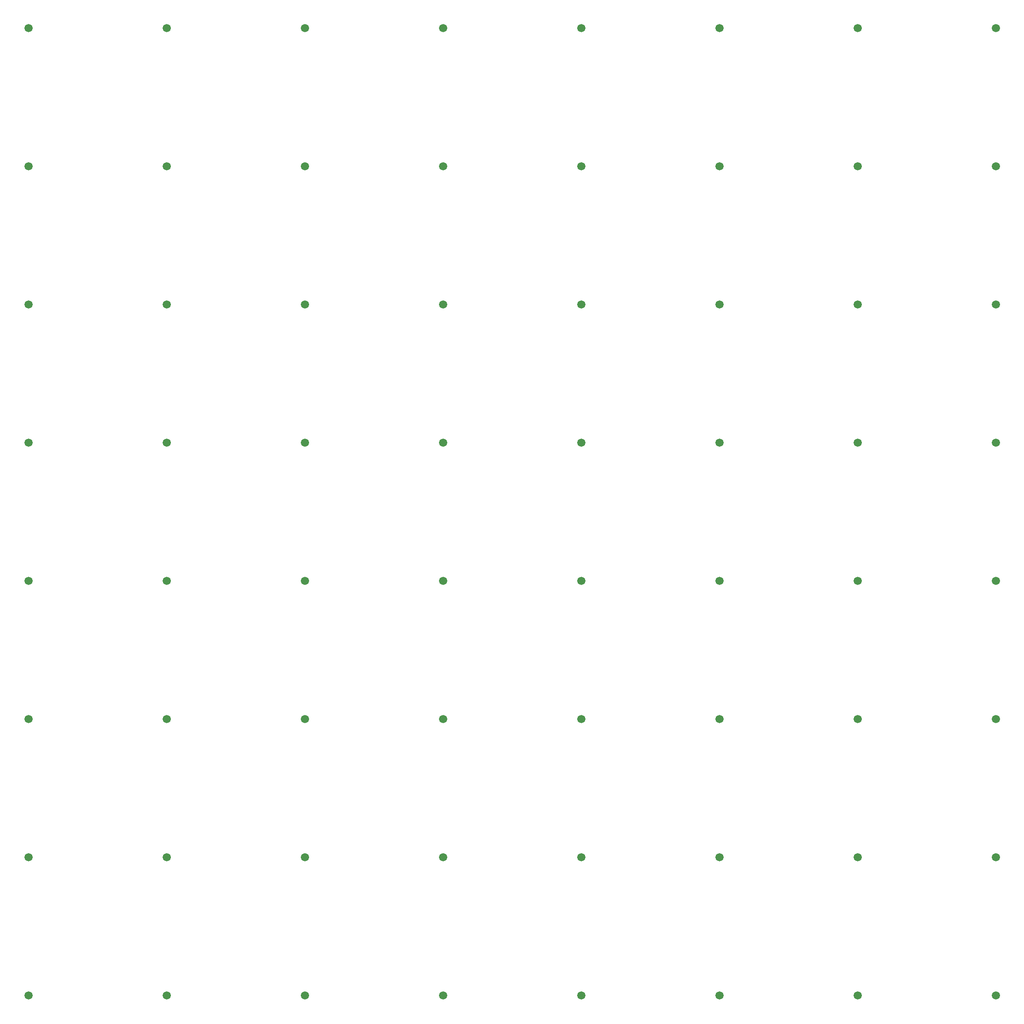
<source format=gbr>
%TF.GenerationSoftware,KiCad,Pcbnew,7.0.2*%
%TF.CreationDate,2023-05-22T19:30:06+02:00*%
%TF.ProjectId,Board2 - Housing and Samtech,426f6172-6432-4202-9d20-486f7573696e,rev?*%
%TF.SameCoordinates,Original*%
%TF.FileFunction,Paste,Top*%
%TF.FilePolarity,Positive*%
%FSLAX46Y46*%
G04 Gerber Fmt 4.6, Leading zero omitted, Abs format (unit mm)*
G04 Created by KiCad (PCBNEW 7.0.2) date 2023-05-22 19:30:06*
%MOMM*%
%LPD*%
G01*
G04 APERTURE LIST*
%ADD10C,1.500000*%
G04 APERTURE END LIST*
D10*
%TO.C,U42*%
X324256400Y-146837400D03*
%TD*%
%TO.C,U63*%
X375056400Y-273837400D03*
%TD*%
%TO.C,U35*%
X298856400Y-172237400D03*
%TD*%
%TO.C,U46*%
X324256400Y-248437400D03*
%TD*%
%TO.C,U10*%
X222656400Y-146837400D03*
%TD*%
%TO.C,U57*%
X375056400Y-121437400D03*
%TD*%
%TO.C,U43*%
X324256400Y-172237400D03*
%TD*%
%TO.C,U49*%
X349656400Y-121437400D03*
%TD*%
%TO.C,U11*%
X222656400Y-172237400D03*
%TD*%
%TO.C,U9*%
X222656400Y-121437400D03*
%TD*%
%TO.C,U53*%
X349656400Y-223037400D03*
%TD*%
%TO.C,U32*%
X273456400Y-299237400D03*
%TD*%
%TO.C,U36*%
X298856400Y-197637400D03*
%TD*%
%TO.C,U12*%
X222656400Y-197637400D03*
%TD*%
%TO.C,U2*%
X197256400Y-146837400D03*
%TD*%
%TO.C,U50*%
X349656400Y-146837400D03*
%TD*%
%TO.C,U19*%
X248056400Y-172237400D03*
%TD*%
%TO.C,U58*%
X375056400Y-146837400D03*
%TD*%
%TO.C,U15*%
X222656400Y-273837400D03*
%TD*%
%TO.C,U16*%
X222656400Y-299237400D03*
%TD*%
%TO.C,U28*%
X273456400Y-197637400D03*
%TD*%
%TO.C,U20*%
X248056400Y-197637400D03*
%TD*%
%TO.C,U18*%
X248056400Y-146837400D03*
%TD*%
%TO.C,U64*%
X375056400Y-299237400D03*
%TD*%
%TO.C,U27*%
X273456400Y-172237400D03*
%TD*%
%TO.C,U8*%
X197256400Y-299237400D03*
%TD*%
%TO.C,U51*%
X349656400Y-172237400D03*
%TD*%
%TO.C,U45*%
X324256400Y-223037400D03*
%TD*%
%TO.C,U34*%
X298856400Y-146837400D03*
%TD*%
%TO.C,U14*%
X222656400Y-248437400D03*
%TD*%
%TO.C,U47*%
X324256400Y-273837400D03*
%TD*%
%TO.C,U3*%
X197256400Y-172237400D03*
%TD*%
%TO.C,U37*%
X298856400Y-223037400D03*
%TD*%
%TO.C,U40*%
X298856400Y-299237400D03*
%TD*%
%TO.C,U52*%
X349656400Y-197637400D03*
%TD*%
%TO.C,U62*%
X375056400Y-248437400D03*
%TD*%
%TO.C,U60*%
X375056400Y-197637400D03*
%TD*%
%TO.C,U17*%
X248056400Y-121437400D03*
%TD*%
%TO.C,U54*%
X349656400Y-248437400D03*
%TD*%
%TO.C,U5*%
X197256400Y-223037400D03*
%TD*%
%TO.C,U22*%
X248056400Y-248437400D03*
%TD*%
%TO.C,U21*%
X248056400Y-223037400D03*
%TD*%
%TO.C,U41*%
X324256400Y-121437400D03*
%TD*%
%TO.C,U13*%
X222656400Y-223037400D03*
%TD*%
%TO.C,U59*%
X375056400Y-172237400D03*
%TD*%
%TO.C,U4*%
X197256400Y-197637400D03*
%TD*%
%TO.C,U29*%
X273456400Y-223037400D03*
%TD*%
%TO.C,U26*%
X273456400Y-146837400D03*
%TD*%
%TO.C,U33*%
X298856400Y-121437400D03*
%TD*%
%TO.C,U23*%
X248056400Y-273837400D03*
%TD*%
%TO.C,U7*%
X197256400Y-273837400D03*
%TD*%
%TO.C,U39*%
X298856400Y-273837400D03*
%TD*%
%TO.C,U48*%
X324256400Y-299237400D03*
%TD*%
%TO.C,U61*%
X375056400Y-223037400D03*
%TD*%
%TO.C,U24*%
X248056400Y-299237400D03*
%TD*%
%TO.C,U55*%
X349656400Y-273837400D03*
%TD*%
%TO.C,U6*%
X197256400Y-248437400D03*
%TD*%
%TO.C,U44*%
X324256400Y-197637400D03*
%TD*%
%TO.C,U31*%
X273456400Y-273837400D03*
%TD*%
%TO.C,U38*%
X298856400Y-248437400D03*
%TD*%
%TO.C,U30*%
X273456400Y-248437400D03*
%TD*%
%TO.C,U56*%
X349656400Y-299237400D03*
%TD*%
%TO.C,U1*%
X197256400Y-121437400D03*
%TD*%
%TO.C,U25*%
X273456400Y-121437400D03*
%TD*%
M02*

</source>
